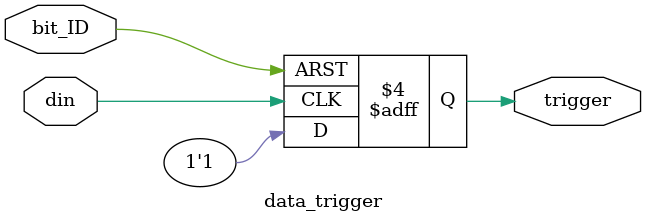
<source format=v>
module UART_Reciever (int_clk, din, rx_axgpio, green_LED, red_LED, recieving);
	
	input int_clk, din;
	output green_LED, red_LED, recieving;
	
	wire run, trigger, enable;
	reg state;
	wire read_state;
	
	wire [3:0] bit_ID;
	output [8:0] rx_axgpio;
	wire ext_trigger;
	wire rx_clk;
	wire [7:0] data;
	
	initial begin
		state <= 1;
	end
	
	rx_clock module1 (int_clk, run, rx_clk);
	bit_counter_rx module2 (rx_clk, bit_ID, enable);
	reciever module3 (bit_ID, din, rx_clk, data);
	data_trigger module4 (read_state, din, trigger);
	recieve_trigger module5 (bit_ID, int_clk, ext_trigger);
	indicator module6 (bit_ID, rx_clk, green_LED, red_LED, recieving);
	
	always @(posedge trigger or negedge enable) begin
		if (trigger == 1) begin
			state = 1;
		end else begin
			state = 0;
		end
	end
	
	assign run = state;
	assign read_state = bit_ID[0];
	assign rx_axgpio [7:0] = data [7:0];
	assign rx_axgpio [8] = ext_trigger;

endmodule

module recieve_trigger (bit_ID, int_clk, trigger);
	
	input [3:0] bit_ID;
	input  int_clk;
	output reg trigger;
	
	reg end_rx = 1;
	reg [8:0] trigger_counter = 9'b0_0000_0000;
	
	always @(posedge int_clk) begin
	
		if ((bit_ID == 4'b0000) && ~(end_rx) && trigger_counter[8]) begin
		
			end_rx = 1;
			trigger_counter = 9'b0_0000_0000;
			
			     trigger = 0;
		
		end else if ((bit_ID == 4'b0000) && ~(end_rx)) begin
		
			trigger_counter = trigger_counter + 9'b0_0000_0001;
			
			     trigger = 1;
		
		end else if (bit_ID != 4'b0000) begin
		
			end_rx = 0;
			
			     trigger = 0;
		
		end
	
	end

endmodule

module reciever (bit_ID, din, rx_clk, data);
	
	input din, rx_clk;
	input [3:0] bit_ID;
	output reg [7:0] data;
	
	reg [9:0] cache_data;
	
	initial begin
		cache_data = 10'b00_0000_0000;
		data = 10'b00_0000_0000;
	end
	
	always @(negedge rx_clk) begin

		cache_data[bit_ID] = din;
		if (bit_ID == 4'b1001) begin
			data [7:0] <= cache_data[9:2];
		end else begin
		end
	
	end

endmodule

module bit_counter_rx (rx_clk, bit_ID, enable);

	input rx_clk;
	output reg [3:0] bit_ID;
	output reg enable;
	
	initial begin
		bit_ID = 4'b0000;
	end
	
	always @(posedge rx_clk) begin
	
		if (bit_ID == 4'b1001) begin
			bit_ID = 4'b0000;
			enable = 0;
		end else begin
			bit_ID = bit_ID + 4'b0001;
			enable = 1;
		end
	
	end

endmodule

module rx_clock (int_clk, run, rx_clk);
	
	input int_clk, run;
	output reg rx_clk;
	
	reg [25:0] counter;
	//reg [25:0] rx_speed = 26'b01_0111_1101_0111_1000_0100_0000; // @1Hz
	//reg [25:0] rx_speed = 26'b00_0000_0000_0000_1010_0010_1100; // @9.6kHz
	reg [25:0] rx_speed = 26'b00_0000_0000_0000_0011_0110_0100; // @74.880kHz
	
	initial begin
		counter <= 26'b00_0000_0000_0000_0000_0000_0000;
	end
	
	always @(posedge int_clk) begin
	
		if (run) begin
			counter <= counter + 26'b00_000_0000_0000_0000_0000_0001;
			
			if (counter == rx_speed) begin
				counter <= 26'b00_0000_0000_0000_0000_0000_0000;
				rx_clk <= ~rx_clk;
			end
		end else begin
			counter <= rx_speed;
			rx_clk <= 0;
			
		end
	
	end

endmodule

module data_trigger(bit_ID, din, trigger);

	input bit_ID;
	input din;
	output reg trigger;
	
	initial begin
		trigger = 0;
	end
	
	always @(negedge din or posedge bit_ID) begin
		if (bit_ID == 1) begin
			trigger = 0;
		end else begin
			trigger = 1;
		end
	end

endmodule
</source>
